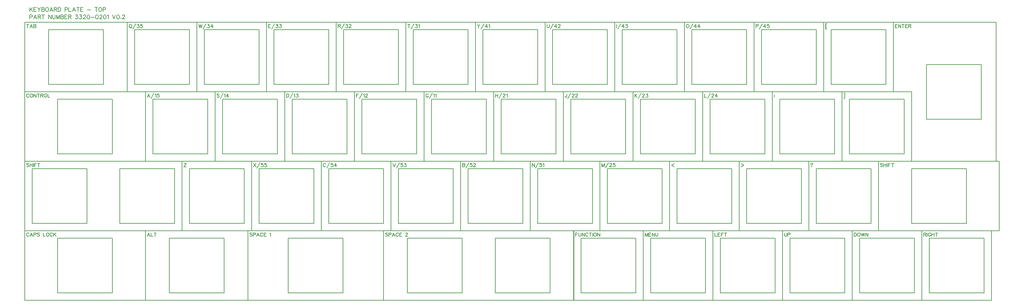
<source format=gto>
G04 Layer: TopSilkscreenLayer*
G04 EasyEDA v6.5.34, 2023-08-01 23:33:27*
G04 013074218b084bf4b982500637593cf9,5a6b42c53f6a479593ecc07194224c93,10*
G04 Gerber Generator version 0.2*
G04 Scale: 100 percent, Rotated: No, Reflected: No *
G04 Dimensions in millimeters *
G04 leading zeros omitted , absolute positions ,4 integer and 5 decimal *
%FSLAX45Y45*%
%MOMM*%

%ADD10C,0.2032*%
%ADD11C,0.1524*%
%ADD12C,0.1270*%

%LPD*%
D10*
X590550Y8076437D02*
G01*
X590550Y7980934D01*
X558800Y8076437D02*
G01*
X622554Y8076437D01*
X688847Y8076437D02*
G01*
X652526Y7980934D01*
X688847Y8076437D02*
G01*
X725170Y7980934D01*
X665987Y8012937D02*
G01*
X711454Y8012937D01*
X755142Y8076437D02*
G01*
X755142Y7980934D01*
X755142Y8076437D02*
G01*
X796036Y8076437D01*
X809752Y8071865D01*
X814323Y8067294D01*
X818895Y8058404D01*
X818895Y8049260D01*
X814323Y8040115D01*
X809752Y8035544D01*
X796036Y8030971D01*
X755142Y8030971D02*
G01*
X796036Y8030971D01*
X809752Y8026400D01*
X814323Y8022081D01*
X818895Y8012937D01*
X818895Y7999221D01*
X814323Y7990078D01*
X809752Y7985505D01*
X796036Y7980934D01*
X755142Y7980934D01*
X626871Y6148831D02*
G01*
X622554Y6157976D01*
X613410Y6166865D01*
X604265Y6171437D01*
X585978Y6171437D01*
X577087Y6166865D01*
X567944Y6157976D01*
X563371Y6148831D01*
X558800Y6135115D01*
X558800Y6112510D01*
X563371Y6098794D01*
X567944Y6089650D01*
X577087Y6080505D01*
X585978Y6075934D01*
X604265Y6075934D01*
X613410Y6080505D01*
X622554Y6089650D01*
X626871Y6098794D01*
X684276Y6171437D02*
G01*
X675131Y6166865D01*
X665987Y6157976D01*
X661415Y6148831D01*
X657097Y6135115D01*
X657097Y6112510D01*
X661415Y6098794D01*
X665987Y6089650D01*
X675131Y6080505D01*
X684276Y6075934D01*
X702310Y6075934D01*
X711454Y6080505D01*
X720597Y6089650D01*
X725170Y6098794D01*
X729742Y6112510D01*
X729742Y6135115D01*
X725170Y6148831D01*
X720597Y6157976D01*
X711454Y6166865D01*
X702310Y6171437D01*
X684276Y6171437D01*
X759713Y6171437D02*
G01*
X759713Y6075934D01*
X759713Y6171437D02*
G01*
X823468Y6075934D01*
X823468Y6171437D02*
G01*
X823468Y6075934D01*
X885189Y6171437D02*
G01*
X885189Y6075934D01*
X853439Y6171437D02*
G01*
X916939Y6171437D01*
X946912Y6171437D02*
G01*
X946912Y6075934D01*
X946912Y6171437D02*
G01*
X987805Y6171437D01*
X1001521Y6166865D01*
X1006094Y6162294D01*
X1010665Y6153404D01*
X1010665Y6144260D01*
X1006094Y6135115D01*
X1001521Y6130544D01*
X987805Y6125971D01*
X946912Y6125971D01*
X978915Y6125971D02*
G01*
X1010665Y6075934D01*
X1067815Y6171437D02*
G01*
X1058926Y6166865D01*
X1049781Y6157976D01*
X1045210Y6148831D01*
X1040637Y6135115D01*
X1040637Y6112510D01*
X1045210Y6098794D01*
X1049781Y6089650D01*
X1058926Y6080505D01*
X1067815Y6075934D01*
X1086104Y6075934D01*
X1095247Y6080505D01*
X1104137Y6089650D01*
X1108710Y6098794D01*
X1113281Y6112510D01*
X1113281Y6135115D01*
X1108710Y6148831D01*
X1104137Y6157976D01*
X1095247Y6166865D01*
X1086104Y6171437D01*
X1067815Y6171437D01*
X1143254Y6171437D02*
G01*
X1143254Y6075934D01*
X1143254Y6075934D02*
G01*
X1197863Y6075934D01*
X622554Y4252976D02*
G01*
X613410Y4261865D01*
X599694Y4266437D01*
X581405Y4266437D01*
X567944Y4261865D01*
X558800Y4252976D01*
X558800Y4243831D01*
X563371Y4234687D01*
X567944Y4230115D01*
X577087Y4225544D01*
X604265Y4216400D01*
X613410Y4212081D01*
X617981Y4207510D01*
X622554Y4198365D01*
X622554Y4184650D01*
X613410Y4175505D01*
X599694Y4170934D01*
X581405Y4170934D01*
X567944Y4175505D01*
X558800Y4184650D01*
X652526Y4266437D02*
G01*
X652526Y4170934D01*
X716026Y4266437D02*
G01*
X716026Y4170934D01*
X652526Y4220971D02*
G01*
X716026Y4220971D01*
X745997Y4266437D02*
G01*
X745997Y4170934D01*
X775970Y4266437D02*
G01*
X775970Y4170934D01*
X775970Y4266437D02*
G01*
X835152Y4266437D01*
X775970Y4220971D02*
G01*
X812545Y4220971D01*
X896873Y4266437D02*
G01*
X896873Y4170934D01*
X865123Y4266437D02*
G01*
X928878Y4266437D01*
X626871Y2338831D02*
G01*
X622554Y2347976D01*
X613410Y2356865D01*
X604265Y2361437D01*
X585978Y2361437D01*
X577087Y2356865D01*
X567944Y2347976D01*
X563371Y2338831D01*
X558800Y2325115D01*
X558800Y2302510D01*
X563371Y2288794D01*
X567944Y2279650D01*
X577087Y2270505D01*
X585978Y2265934D01*
X604265Y2265934D01*
X613410Y2270505D01*
X622554Y2279650D01*
X626871Y2288794D01*
X693420Y2361437D02*
G01*
X657097Y2265934D01*
X693420Y2361437D02*
G01*
X729742Y2265934D01*
X670560Y2297937D02*
G01*
X716026Y2297937D01*
X759713Y2361437D02*
G01*
X759713Y2265934D01*
X759713Y2361437D02*
G01*
X800607Y2361437D01*
X814323Y2356865D01*
X818895Y2352294D01*
X823468Y2343404D01*
X823468Y2329687D01*
X818895Y2320544D01*
X814323Y2315971D01*
X800607Y2311400D01*
X759713Y2311400D01*
X916939Y2347976D02*
G01*
X907795Y2356865D01*
X894334Y2361437D01*
X876045Y2361437D01*
X862329Y2356865D01*
X853439Y2347976D01*
X853439Y2338831D01*
X858012Y2329687D01*
X862329Y2325115D01*
X871473Y2320544D01*
X898905Y2311400D01*
X907795Y2307081D01*
X912368Y2302510D01*
X916939Y2293365D01*
X916939Y2279650D01*
X907795Y2270505D01*
X894334Y2265934D01*
X876045Y2265934D01*
X862329Y2270505D01*
X853439Y2279650D01*
X1017015Y2361437D02*
G01*
X1017015Y2265934D01*
X1017015Y2265934D02*
G01*
X1071626Y2265934D01*
X1128776Y2361437D02*
G01*
X1119631Y2356865D01*
X1110742Y2347976D01*
X1106170Y2338831D01*
X1101597Y2325115D01*
X1101597Y2302510D01*
X1106170Y2288794D01*
X1110742Y2279650D01*
X1119631Y2270505D01*
X1128776Y2265934D01*
X1147063Y2265934D01*
X1155954Y2270505D01*
X1165097Y2279650D01*
X1169670Y2288794D01*
X1174242Y2302510D01*
X1174242Y2325115D01*
X1169670Y2338831D01*
X1165097Y2347976D01*
X1155954Y2356865D01*
X1147063Y2361437D01*
X1128776Y2361437D01*
X1272539Y2338831D02*
G01*
X1267968Y2347976D01*
X1258823Y2356865D01*
X1249679Y2361437D01*
X1231645Y2361437D01*
X1222502Y2356865D01*
X1213357Y2347976D01*
X1208786Y2338831D01*
X1204213Y2325115D01*
X1204213Y2302510D01*
X1208786Y2288794D01*
X1213357Y2279650D01*
X1222502Y2270505D01*
X1231645Y2265934D01*
X1249679Y2265934D01*
X1258823Y2270505D01*
X1267968Y2279650D01*
X1272539Y2288794D01*
X1302512Y2361437D02*
G01*
X1302512Y2265934D01*
X1366012Y2361437D02*
G01*
X1302512Y2297937D01*
X1325118Y2320544D02*
G01*
X1366012Y2265934D01*
X3392677Y8076437D02*
G01*
X3383788Y8071865D01*
X3374643Y8062976D01*
X3370072Y8053831D01*
X3365500Y8040115D01*
X3365500Y8017510D01*
X3370072Y8003794D01*
X3374643Y7994650D01*
X3383788Y7985505D01*
X3392677Y7980934D01*
X3410965Y7980934D01*
X3420109Y7985505D01*
X3429254Y7994650D01*
X3433572Y8003794D01*
X3438143Y8017510D01*
X3438143Y8040115D01*
X3433572Y8053831D01*
X3429254Y8062976D01*
X3420109Y8071865D01*
X3410965Y8076437D01*
X3392677Y8076437D01*
X3406393Y7999221D02*
G01*
X3433572Y7972044D01*
X3550158Y8094726D02*
G01*
X3468115Y7949184D01*
X3589020Y8076437D02*
G01*
X3639058Y8076437D01*
X3611879Y8040115D01*
X3625595Y8040115D01*
X3634486Y8035544D01*
X3639058Y8030971D01*
X3643629Y8017510D01*
X3643629Y8008365D01*
X3639058Y7994650D01*
X3630168Y7985505D01*
X3616452Y7980934D01*
X3602736Y7980934D01*
X3589020Y7985505D01*
X3584702Y7990078D01*
X3580129Y7999221D01*
X3728211Y8076437D02*
G01*
X3682745Y8076437D01*
X3678174Y8035544D01*
X3682745Y8040115D01*
X3696461Y8044687D01*
X3709924Y8044687D01*
X3723640Y8040115D01*
X3732784Y8030971D01*
X3737356Y8017510D01*
X3737356Y8008365D01*
X3732784Y7994650D01*
X3723640Y7985505D01*
X3709924Y7980934D01*
X3696461Y7980934D01*
X3682745Y7985505D01*
X3678174Y7990078D01*
X3673602Y7999221D01*
X5270500Y8076437D02*
G01*
X5293106Y7980934D01*
X5315965Y8076437D02*
G01*
X5293106Y7980934D01*
X5315965Y8076437D02*
G01*
X5338572Y7980934D01*
X5361431Y8076437D02*
G01*
X5338572Y7980934D01*
X5473191Y8094726D02*
G01*
X5391404Y7949184D01*
X5512308Y8076437D02*
G01*
X5562345Y8076437D01*
X5535168Y8040115D01*
X5548629Y8040115D01*
X5557774Y8035544D01*
X5562345Y8030971D01*
X5566918Y8017510D01*
X5566918Y8008365D01*
X5562345Y7994650D01*
X5553202Y7985505D01*
X5539486Y7980934D01*
X5526024Y7980934D01*
X5512308Y7985505D01*
X5507736Y7990078D01*
X5503163Y7999221D01*
X5642356Y8076437D02*
G01*
X5596890Y8012937D01*
X5664961Y8012937D01*
X5642356Y8076437D02*
G01*
X5642356Y7980934D01*
X7175500Y8076437D02*
G01*
X7175500Y7980934D01*
X7175500Y8076437D02*
G01*
X7234681Y8076437D01*
X7175500Y8030971D02*
G01*
X7211822Y8030971D01*
X7175500Y7980934D02*
G01*
X7234681Y7980934D01*
X7346441Y8094726D02*
G01*
X7264654Y7949184D01*
X7385558Y8076437D02*
G01*
X7435595Y8076437D01*
X7408163Y8040115D01*
X7421879Y8040115D01*
X7431024Y8035544D01*
X7435595Y8030971D01*
X7440168Y8017510D01*
X7440168Y8008365D01*
X7435595Y7994650D01*
X7426452Y7985505D01*
X7412736Y7980934D01*
X7399020Y7980934D01*
X7385558Y7985505D01*
X7380986Y7990078D01*
X7376413Y7999221D01*
X7479029Y8076437D02*
G01*
X7529068Y8076437D01*
X7501890Y8040115D01*
X7515606Y8040115D01*
X7524495Y8035544D01*
X7529068Y8030971D01*
X7533640Y8017510D01*
X7533640Y8008365D01*
X7529068Y7994650D01*
X7519924Y7985505D01*
X7506461Y7980934D01*
X7492745Y7980934D01*
X7479029Y7985505D01*
X7474711Y7990078D01*
X7470140Y7999221D01*
X9080500Y8076437D02*
G01*
X9080500Y7980934D01*
X9080500Y8076437D02*
G01*
X9121393Y8076437D01*
X9135109Y8071865D01*
X9139681Y8067294D01*
X9144254Y8058404D01*
X9144254Y8049260D01*
X9139681Y8040115D01*
X9135109Y8035544D01*
X9121393Y8030971D01*
X9080500Y8030971D01*
X9112250Y8030971D02*
G01*
X9144254Y7980934D01*
X9256013Y8094726D02*
G01*
X9174225Y7949184D01*
X9295129Y8076437D02*
G01*
X9345168Y8076437D01*
X9317736Y8040115D01*
X9331452Y8040115D01*
X9340595Y8035544D01*
X9345168Y8030971D01*
X9349486Y8017510D01*
X9349486Y8008365D01*
X9345168Y7994650D01*
X9336024Y7985505D01*
X9322308Y7980934D01*
X9308591Y7980934D01*
X9295129Y7985505D01*
X9290558Y7990078D01*
X9285986Y7999221D01*
X9384029Y8053831D02*
G01*
X9384029Y8058404D01*
X9388602Y8067294D01*
X9393174Y8071865D01*
X9402318Y8076437D01*
X9420606Y8076437D01*
X9429495Y8071865D01*
X9434068Y8067294D01*
X9438640Y8058404D01*
X9438640Y8049260D01*
X9434068Y8040115D01*
X9424924Y8026400D01*
X9379711Y7980934D01*
X9443211Y7980934D01*
X3897122Y6171437D02*
G01*
X3860800Y6075934D01*
X3897122Y6171437D02*
G01*
X3933443Y6075934D01*
X3874515Y6107937D02*
G01*
X3919981Y6107937D01*
X4045458Y6189726D02*
G01*
X3963415Y6044184D01*
X4075429Y6153404D02*
G01*
X4084320Y6157976D01*
X4098036Y6171437D01*
X4098036Y6075934D01*
X4182618Y6171437D02*
G01*
X4137152Y6171437D01*
X4132579Y6130544D01*
X4137152Y6135115D01*
X4150868Y6139687D01*
X4164329Y6139687D01*
X4178045Y6135115D01*
X4187190Y6125971D01*
X4191761Y6112510D01*
X4191761Y6103365D01*
X4187190Y6089650D01*
X4178045Y6080505D01*
X4164329Y6075934D01*
X4150868Y6075934D01*
X4137152Y6080505D01*
X4132579Y6085078D01*
X4128008Y6094221D01*
X5829554Y6157976D02*
G01*
X5820409Y6166865D01*
X5806693Y6171437D01*
X5788406Y6171437D01*
X5774943Y6166865D01*
X5765800Y6157976D01*
X5765800Y6148831D01*
X5770372Y6139687D01*
X5774943Y6135115D01*
X5784088Y6130544D01*
X5811265Y6121400D01*
X5820409Y6117081D01*
X5824981Y6112510D01*
X5829554Y6103365D01*
X5829554Y6089650D01*
X5820409Y6080505D01*
X5806693Y6075934D01*
X5788406Y6075934D01*
X5774943Y6080505D01*
X5765800Y6089650D01*
X5941313Y6189726D02*
G01*
X5859525Y6044184D01*
X5971286Y6153404D02*
G01*
X5980429Y6157976D01*
X5993891Y6171437D01*
X5993891Y6075934D01*
X6069329Y6171437D02*
G01*
X6023863Y6107937D01*
X6092190Y6107937D01*
X6069329Y6171437D02*
G01*
X6069329Y6075934D01*
X7670800Y6171437D02*
G01*
X7670800Y6075934D01*
X7670800Y6171437D02*
G01*
X7702550Y6171437D01*
X7716265Y6166865D01*
X7725409Y6157976D01*
X7729981Y6148831D01*
X7734554Y6135115D01*
X7734554Y6112510D01*
X7729981Y6098794D01*
X7725409Y6089650D01*
X7716265Y6080505D01*
X7702550Y6075934D01*
X7670800Y6075934D01*
X7846313Y6189726D02*
G01*
X7764525Y6044184D01*
X7876286Y6153404D02*
G01*
X7885429Y6157976D01*
X7898891Y6171437D01*
X7898891Y6075934D01*
X7938008Y6171437D02*
G01*
X7988045Y6171437D01*
X7960868Y6135115D01*
X7974329Y6135115D01*
X7983474Y6130544D01*
X7988045Y6125971D01*
X7992618Y6112510D01*
X7992618Y6103365D01*
X7988045Y6089650D01*
X7978902Y6080505D01*
X7965440Y6075934D01*
X7951724Y6075934D01*
X7938008Y6080505D01*
X7933436Y6085078D01*
X7928863Y6094221D01*
X9575800Y6171437D02*
G01*
X9575800Y6075934D01*
X9575800Y6171437D02*
G01*
X9634981Y6171437D01*
X9575800Y6125971D02*
G01*
X9612122Y6125971D01*
X9746741Y6189726D02*
G01*
X9664954Y6044184D01*
X9776713Y6153404D02*
G01*
X9785858Y6157976D01*
X9799320Y6171437D01*
X9799320Y6075934D01*
X9833863Y6148831D02*
G01*
X9833863Y6153404D01*
X9838436Y6162294D01*
X9843008Y6166865D01*
X9852152Y6171437D01*
X9870440Y6171437D01*
X9879329Y6166865D01*
X9883902Y6162294D01*
X9888474Y6153404D01*
X9888474Y6144260D01*
X9883902Y6135115D01*
X9875011Y6121400D01*
X9829545Y6075934D01*
X9893045Y6075934D01*
X4927854Y4266437D02*
G01*
X4864100Y4170934D01*
X4864100Y4266437D02*
G01*
X4927854Y4266437D01*
X4864100Y4170934D02*
G01*
X4927854Y4170934D01*
X6769100Y4266437D02*
G01*
X6832854Y4170934D01*
X6832854Y4266437D02*
G01*
X6769100Y4170934D01*
X6944613Y4284726D02*
G01*
X6862825Y4139184D01*
X7029195Y4266437D02*
G01*
X6983729Y4266437D01*
X6979158Y4225544D01*
X6983729Y4230115D01*
X6997191Y4234687D01*
X7010908Y4234687D01*
X7024624Y4230115D01*
X7033768Y4220971D01*
X7038086Y4207510D01*
X7038086Y4198365D01*
X7033768Y4184650D01*
X7024624Y4175505D01*
X7010908Y4170934D01*
X6997191Y4170934D01*
X6983729Y4175505D01*
X6979158Y4180078D01*
X6974586Y4189221D01*
X7122668Y4266437D02*
G01*
X7077202Y4266437D01*
X7072629Y4225544D01*
X7077202Y4230115D01*
X7090918Y4234687D01*
X7104634Y4234687D01*
X7118095Y4230115D01*
X7127240Y4220971D01*
X7131811Y4207510D01*
X7131811Y4198365D01*
X7127240Y4184650D01*
X7118095Y4175505D01*
X7104634Y4170934D01*
X7090918Y4170934D01*
X7077202Y4175505D01*
X7072629Y4180078D01*
X7068311Y4189221D01*
X10579100Y4266437D02*
G01*
X10615422Y4170934D01*
X10651743Y4266437D02*
G01*
X10615422Y4170934D01*
X10763758Y4284726D02*
G01*
X10681715Y4139184D01*
X10848086Y4266437D02*
G01*
X10802620Y4266437D01*
X10798302Y4225544D01*
X10802620Y4230115D01*
X10816336Y4234687D01*
X10830052Y4234687D01*
X10843768Y4230115D01*
X10852658Y4220971D01*
X10857229Y4207510D01*
X10857229Y4198365D01*
X10852658Y4184650D01*
X10843768Y4175505D01*
X10830052Y4170934D01*
X10816336Y4170934D01*
X10802620Y4175505D01*
X10798302Y4180078D01*
X10793729Y4189221D01*
X10896345Y4266437D02*
G01*
X10946384Y4266437D01*
X10919206Y4230115D01*
X10932668Y4230115D01*
X10941811Y4225544D01*
X10946384Y4220971D01*
X10950956Y4207510D01*
X10950956Y4198365D01*
X10946384Y4184650D01*
X10937240Y4175505D01*
X10923524Y4170934D01*
X10910061Y4170934D01*
X10896345Y4175505D01*
X10891774Y4180078D01*
X10887202Y4189221D01*
X8742172Y4243831D02*
G01*
X8737854Y4252976D01*
X8728709Y4261865D01*
X8719565Y4266437D01*
X8701277Y4266437D01*
X8692388Y4261865D01*
X8683243Y4252976D01*
X8678672Y4243831D01*
X8674100Y4230115D01*
X8674100Y4207510D01*
X8678672Y4193794D01*
X8683243Y4184650D01*
X8692388Y4175505D01*
X8701277Y4170934D01*
X8719565Y4170934D01*
X8728709Y4175505D01*
X8737854Y4184650D01*
X8742172Y4193794D01*
X8854186Y4284726D02*
G01*
X8772397Y4139184D01*
X8938768Y4266437D02*
G01*
X8893302Y4266437D01*
X8888729Y4225544D01*
X8893302Y4230115D01*
X8906763Y4234687D01*
X8920479Y4234687D01*
X8934195Y4230115D01*
X8943086Y4220971D01*
X8947658Y4207510D01*
X8947658Y4198365D01*
X8943086Y4184650D01*
X8934195Y4175505D01*
X8920479Y4170934D01*
X8906763Y4170934D01*
X8893302Y4175505D01*
X8888729Y4180078D01*
X8884158Y4189221D01*
X9023095Y4266437D02*
G01*
X8977629Y4202937D01*
X9045956Y4202937D01*
X9023095Y4266437D02*
G01*
X9023095Y4170934D01*
X3897122Y2361437D02*
G01*
X3860800Y2265934D01*
X3897122Y2361437D02*
G01*
X3933443Y2265934D01*
X3874515Y2297937D02*
G01*
X3919981Y2297937D01*
X3963415Y2361437D02*
G01*
X3963415Y2265934D01*
X3963415Y2265934D02*
G01*
X4018025Y2265934D01*
X4080002Y2361437D02*
G01*
X4080002Y2265934D01*
X4047997Y2361437D02*
G01*
X4111752Y2361437D01*
X6731254Y2347976D02*
G01*
X6722109Y2356865D01*
X6708393Y2361437D01*
X6690106Y2361437D01*
X6676643Y2356865D01*
X6667500Y2347976D01*
X6667500Y2338831D01*
X6672072Y2329687D01*
X6676643Y2325115D01*
X6685788Y2320544D01*
X6712965Y2311400D01*
X6722109Y2307081D01*
X6726681Y2302510D01*
X6731254Y2293365D01*
X6731254Y2279650D01*
X6722109Y2270505D01*
X6708393Y2265934D01*
X6690106Y2265934D01*
X6676643Y2270505D01*
X6667500Y2279650D01*
X6761225Y2361437D02*
G01*
X6761225Y2265934D01*
X6761225Y2361437D02*
G01*
X6802120Y2361437D01*
X6815581Y2356865D01*
X6820154Y2352294D01*
X6824725Y2343404D01*
X6824725Y2329687D01*
X6820154Y2320544D01*
X6815581Y2315971D01*
X6802120Y2311400D01*
X6761225Y2311400D01*
X6891020Y2361437D02*
G01*
X6854697Y2265934D01*
X6891020Y2361437D02*
G01*
X6927595Y2265934D01*
X6868413Y2297937D02*
G01*
X6913879Y2297937D01*
X7025640Y2338831D02*
G01*
X7021068Y2347976D01*
X7011924Y2356865D01*
X7003034Y2361437D01*
X6984745Y2361437D01*
X6975602Y2356865D01*
X6966711Y2347976D01*
X6962140Y2338831D01*
X6957568Y2325115D01*
X6957568Y2302510D01*
X6962140Y2288794D01*
X6966711Y2279650D01*
X6975602Y2270505D01*
X6984745Y2265934D01*
X7003034Y2265934D01*
X7011924Y2270505D01*
X7021068Y2279650D01*
X7025640Y2288794D01*
X7055611Y2361437D02*
G01*
X7055611Y2265934D01*
X7055611Y2361437D02*
G01*
X7114793Y2361437D01*
X7055611Y2315971D02*
G01*
X7091934Y2315971D01*
X7055611Y2265934D02*
G01*
X7114793Y2265934D01*
X7214870Y2343404D02*
G01*
X7223759Y2347976D01*
X7237475Y2361437D01*
X7237475Y2265934D01*
X10439654Y2347976D02*
G01*
X10430509Y2356865D01*
X10416793Y2361437D01*
X10398506Y2361437D01*
X10385043Y2356865D01*
X10375900Y2347976D01*
X10375900Y2338831D01*
X10380472Y2329687D01*
X10385043Y2325115D01*
X10394188Y2320544D01*
X10421365Y2311400D01*
X10430509Y2307081D01*
X10435081Y2302510D01*
X10439654Y2293365D01*
X10439654Y2279650D01*
X10430509Y2270505D01*
X10416793Y2265934D01*
X10398506Y2265934D01*
X10385043Y2270505D01*
X10375900Y2279650D01*
X10469625Y2361437D02*
G01*
X10469625Y2265934D01*
X10469625Y2361437D02*
G01*
X10510520Y2361437D01*
X10523981Y2356865D01*
X10528554Y2352294D01*
X10533125Y2343404D01*
X10533125Y2329687D01*
X10528554Y2320544D01*
X10523981Y2315971D01*
X10510520Y2311400D01*
X10469625Y2311400D01*
X10599420Y2361437D02*
G01*
X10563097Y2265934D01*
X10599420Y2361437D02*
G01*
X10635995Y2265934D01*
X10576813Y2297937D02*
G01*
X10622279Y2297937D01*
X10734040Y2338831D02*
G01*
X10729468Y2347976D01*
X10720324Y2356865D01*
X10711434Y2361437D01*
X10693145Y2361437D01*
X10684002Y2356865D01*
X10675111Y2347976D01*
X10670540Y2338831D01*
X10665968Y2325115D01*
X10665968Y2302510D01*
X10670540Y2288794D01*
X10675111Y2279650D01*
X10684002Y2270505D01*
X10693145Y2265934D01*
X10711434Y2265934D01*
X10720324Y2270505D01*
X10729468Y2279650D01*
X10734040Y2288794D01*
X10764011Y2361437D02*
G01*
X10764011Y2265934D01*
X10764011Y2361437D02*
G01*
X10823193Y2361437D01*
X10764011Y2315971D02*
G01*
X10800334Y2315971D01*
X10764011Y2265934D02*
G01*
X10823193Y2265934D01*
X10927841Y2338831D02*
G01*
X10927841Y2343404D01*
X10932159Y2352294D01*
X10936731Y2356865D01*
X10945875Y2361437D01*
X10964163Y2361437D01*
X10973054Y2356865D01*
X10977625Y2352294D01*
X10982197Y2343404D01*
X10982197Y2334260D01*
X10977625Y2325115D01*
X10968736Y2311400D01*
X10923270Y2265934D01*
X10986770Y2265934D01*
X17481550Y2361437D02*
G01*
X17481550Y2265934D01*
X17481550Y2361437D02*
G01*
X17517872Y2265934D01*
X17554193Y2361437D02*
G01*
X17517872Y2265934D01*
X17554193Y2361437D02*
G01*
X17554193Y2265934D01*
X17584166Y2361437D02*
G01*
X17584166Y2265934D01*
X17584166Y2361437D02*
G01*
X17643348Y2361437D01*
X17584166Y2315971D02*
G01*
X17620741Y2315971D01*
X17584166Y2265934D02*
G01*
X17643348Y2265934D01*
X17673320Y2361437D02*
G01*
X17673320Y2265934D01*
X17673320Y2361437D02*
G01*
X17737074Y2265934D01*
X17737074Y2361437D02*
G01*
X17737074Y2265934D01*
X17767045Y2361437D02*
G01*
X17767045Y2293365D01*
X17771618Y2279650D01*
X17780761Y2270505D01*
X17794224Y2265934D01*
X17803368Y2265934D01*
X17817084Y2270505D01*
X17825974Y2279650D01*
X17830545Y2293365D01*
X17830545Y2361437D01*
X15576550Y2361437D02*
G01*
X15576550Y2265934D01*
X15576550Y2361437D02*
G01*
X15635731Y2361437D01*
X15576550Y2315971D02*
G01*
X15612872Y2315971D01*
X15665704Y2361437D02*
G01*
X15665704Y2293365D01*
X15670275Y2279650D01*
X15679166Y2270505D01*
X15692881Y2265934D01*
X15702025Y2265934D01*
X15715741Y2270505D01*
X15724631Y2279650D01*
X15729204Y2293365D01*
X15729204Y2361437D01*
X15759175Y2361437D02*
G01*
X15759175Y2265934D01*
X15759175Y2361437D02*
G01*
X15822929Y2265934D01*
X15822929Y2361437D02*
G01*
X15822929Y2265934D01*
X15920974Y2338831D02*
G01*
X15916656Y2347976D01*
X15907511Y2356865D01*
X15898368Y2361437D01*
X15880079Y2361437D01*
X15871190Y2356865D01*
X15862045Y2347976D01*
X15857474Y2338831D01*
X15852902Y2325115D01*
X15852902Y2302510D01*
X15857474Y2288794D01*
X15862045Y2279650D01*
X15871190Y2270505D01*
X15880079Y2265934D01*
X15898368Y2265934D01*
X15907511Y2270505D01*
X15916656Y2279650D01*
X15920974Y2288794D01*
X15982950Y2361437D02*
G01*
X15982950Y2265934D01*
X15951200Y2361437D02*
G01*
X16014700Y2361437D01*
X16044672Y2361437D02*
G01*
X16044672Y2265934D01*
X16102075Y2361437D02*
G01*
X16092931Y2356865D01*
X16083788Y2347976D01*
X16079216Y2338831D01*
X16074643Y2325115D01*
X16074643Y2302510D01*
X16079216Y2288794D01*
X16083788Y2279650D01*
X16092931Y2270505D01*
X16102075Y2265934D01*
X16120109Y2265934D01*
X16129254Y2270505D01*
X16138397Y2279650D01*
X16142970Y2288794D01*
X16147541Y2302510D01*
X16147541Y2325115D01*
X16142970Y2338831D01*
X16138397Y2347976D01*
X16129254Y2356865D01*
X16120109Y2361437D01*
X16102075Y2361437D01*
X16177513Y2361437D02*
G01*
X16177513Y2265934D01*
X16177513Y2361437D02*
G01*
X16241013Y2265934D01*
X16241013Y2361437D02*
G01*
X16241013Y2265934D01*
X21291550Y2361437D02*
G01*
X21291550Y2293365D01*
X21296122Y2279650D01*
X21305266Y2270505D01*
X21318727Y2265934D01*
X21327872Y2265934D01*
X21341588Y2270505D01*
X21350731Y2279650D01*
X21355304Y2293365D01*
X21355304Y2361437D01*
X21385275Y2361437D02*
G01*
X21385275Y2265934D01*
X21385275Y2361437D02*
G01*
X21426170Y2361437D01*
X21439631Y2356865D01*
X21444204Y2352294D01*
X21448775Y2343404D01*
X21448775Y2329687D01*
X21444204Y2320544D01*
X21439631Y2315971D01*
X21426170Y2311400D01*
X21385275Y2311400D01*
X19386550Y2361437D02*
G01*
X19386550Y2265934D01*
X19386550Y2265934D02*
G01*
X19441159Y2265934D01*
X19471131Y2361437D02*
G01*
X19471131Y2265934D01*
X19471131Y2361437D02*
G01*
X19530059Y2361437D01*
X19471131Y2315971D02*
G01*
X19507454Y2315971D01*
X19471131Y2265934D02*
G01*
X19530059Y2265934D01*
X19560286Y2361437D02*
G01*
X19560286Y2265934D01*
X19560286Y2361437D02*
G01*
X19619213Y2361437D01*
X19560286Y2315971D02*
G01*
X19596608Y2315971D01*
X19681190Y2361437D02*
G01*
X19681190Y2265934D01*
X19649186Y2361437D02*
G01*
X19712940Y2361437D01*
X25101550Y2361437D02*
G01*
X25101550Y2265934D01*
X25101550Y2361437D02*
G01*
X25142443Y2361437D01*
X25156159Y2356865D01*
X25160731Y2352294D01*
X25165304Y2343404D01*
X25165304Y2334260D01*
X25160731Y2325115D01*
X25156159Y2320544D01*
X25142443Y2315971D01*
X25101550Y2315971D01*
X25133300Y2315971D02*
G01*
X25165304Y2265934D01*
X25195275Y2361437D02*
G01*
X25195275Y2265934D01*
X25293320Y2338831D02*
G01*
X25288748Y2347976D01*
X25279858Y2356865D01*
X25270713Y2361437D01*
X25252425Y2361437D01*
X25243281Y2356865D01*
X25234391Y2347976D01*
X25229820Y2338831D01*
X25225248Y2325115D01*
X25225248Y2302510D01*
X25229820Y2288794D01*
X25234391Y2279650D01*
X25243281Y2270505D01*
X25252425Y2265934D01*
X25270713Y2265934D01*
X25279858Y2270505D01*
X25288748Y2279650D01*
X25293320Y2288794D01*
X25293320Y2302510D01*
X25270713Y2302510D02*
G01*
X25293320Y2302510D01*
X25323291Y2361437D02*
G01*
X25323291Y2265934D01*
X25387045Y2361437D02*
G01*
X25387045Y2265934D01*
X25323291Y2315971D02*
G01*
X25387045Y2315971D01*
X25448768Y2361437D02*
G01*
X25448768Y2265934D01*
X25417018Y2361437D02*
G01*
X25480518Y2361437D01*
X23196550Y2361437D02*
G01*
X23196550Y2265934D01*
X23196550Y2361437D02*
G01*
X23228300Y2361437D01*
X23242016Y2356865D01*
X23251159Y2347976D01*
X23255731Y2338831D01*
X23260304Y2325115D01*
X23260304Y2302510D01*
X23255731Y2288794D01*
X23251159Y2279650D01*
X23242016Y2270505D01*
X23228300Y2265934D01*
X23196550Y2265934D01*
X23317454Y2361437D02*
G01*
X23308309Y2356865D01*
X23299166Y2347976D01*
X23294848Y2338831D01*
X23290275Y2325115D01*
X23290275Y2302510D01*
X23294848Y2288794D01*
X23299166Y2279650D01*
X23308309Y2270505D01*
X23317454Y2265934D01*
X23335741Y2265934D01*
X23344631Y2270505D01*
X23353775Y2279650D01*
X23358348Y2288794D01*
X23362920Y2302510D01*
X23362920Y2325115D01*
X23358348Y2338831D01*
X23353775Y2347976D01*
X23344631Y2356865D01*
X23335741Y2361437D01*
X23317454Y2361437D01*
X23392891Y2361437D02*
G01*
X23415752Y2265934D01*
X23438358Y2361437D02*
G01*
X23415752Y2265934D01*
X23438358Y2361437D02*
G01*
X23461218Y2265934D01*
X23483824Y2361437D02*
G01*
X23461218Y2265934D01*
X23513795Y2361437D02*
G01*
X23513795Y2265934D01*
X23513795Y2361437D02*
G01*
X23577550Y2265934D01*
X23577550Y2361437D02*
G01*
X23577550Y2265934D01*
X14389100Y4266437D02*
G01*
X14389100Y4170934D01*
X14389100Y4266437D02*
G01*
X14452854Y4170934D01*
X14452854Y4266437D02*
G01*
X14452854Y4170934D01*
X14564613Y4284726D02*
G01*
X14482825Y4139184D01*
X14649195Y4266437D02*
G01*
X14603729Y4266437D01*
X14599158Y4225544D01*
X14603729Y4230115D01*
X14617191Y4234687D01*
X14630908Y4234687D01*
X14644624Y4230115D01*
X14653768Y4220971D01*
X14658086Y4207510D01*
X14658086Y4198365D01*
X14653768Y4184650D01*
X14644624Y4175505D01*
X14630908Y4170934D01*
X14617191Y4170934D01*
X14603729Y4175505D01*
X14599158Y4180078D01*
X14594586Y4189221D01*
X14688311Y4248404D02*
G01*
X14697202Y4252976D01*
X14710918Y4266437D01*
X14710918Y4170934D01*
X12484100Y4266437D02*
G01*
X12484100Y4170934D01*
X12484100Y4266437D02*
G01*
X12524993Y4266437D01*
X12538709Y4261865D01*
X12543281Y4257294D01*
X12547854Y4248404D01*
X12547854Y4239260D01*
X12543281Y4230115D01*
X12538709Y4225544D01*
X12524993Y4220971D01*
X12484100Y4220971D02*
G01*
X12524993Y4220971D01*
X12538709Y4216400D01*
X12543281Y4212081D01*
X12547854Y4202937D01*
X12547854Y4189221D01*
X12543281Y4180078D01*
X12538709Y4175505D01*
X12524993Y4170934D01*
X12484100Y4170934D01*
X12659613Y4284726D02*
G01*
X12577825Y4139184D01*
X12744195Y4266437D02*
G01*
X12698729Y4266437D01*
X12694158Y4225544D01*
X12698729Y4230115D01*
X12712191Y4234687D01*
X12725908Y4234687D01*
X12739624Y4230115D01*
X12748768Y4220971D01*
X12753086Y4207510D01*
X12753086Y4198365D01*
X12748768Y4184650D01*
X12739624Y4175505D01*
X12725908Y4170934D01*
X12712191Y4170934D01*
X12698729Y4175505D01*
X12694158Y4180078D01*
X12689586Y4189221D01*
X12787629Y4243831D02*
G01*
X12787629Y4248404D01*
X12792202Y4257294D01*
X12796774Y4261865D01*
X12805918Y4266437D01*
X12824206Y4266437D01*
X12833095Y4261865D01*
X12837668Y4257294D01*
X12842240Y4248404D01*
X12842240Y4239260D01*
X12837668Y4230115D01*
X12828524Y4216400D01*
X12783311Y4170934D01*
X12846811Y4170934D01*
X18271743Y4252976D02*
G01*
X18199100Y4212081D01*
X18271743Y4170934D01*
X16294100Y4266437D02*
G01*
X16294100Y4170934D01*
X16294100Y4266437D02*
G01*
X16330422Y4170934D01*
X16366743Y4266437D02*
G01*
X16330422Y4170934D01*
X16366743Y4266437D02*
G01*
X16366743Y4170934D01*
X16478758Y4284726D02*
G01*
X16396716Y4139184D01*
X16513302Y4243831D02*
G01*
X16513302Y4248404D01*
X16517620Y4257294D01*
X16522191Y4261865D01*
X16531336Y4266437D01*
X16549624Y4266437D01*
X16558768Y4261865D01*
X16563086Y4257294D01*
X16567658Y4248404D01*
X16567658Y4239260D01*
X16563086Y4230115D01*
X16554195Y4216400D01*
X16508729Y4170934D01*
X16572229Y4170934D01*
X16656811Y4266437D02*
G01*
X16611345Y4266437D01*
X16606774Y4225544D01*
X16611345Y4230115D01*
X16625061Y4234687D01*
X16638524Y4234687D01*
X16652240Y4230115D01*
X16661384Y4220971D01*
X16665956Y4207510D01*
X16665956Y4198365D01*
X16661384Y4184650D01*
X16652240Y4175505D01*
X16638524Y4170934D01*
X16625061Y4170934D01*
X16611345Y4175505D01*
X16606774Y4180078D01*
X16602202Y4189221D01*
X22009097Y4243831D02*
G01*
X22009097Y4248404D01*
X22013669Y4257294D01*
X22018241Y4261865D01*
X22027385Y4266437D01*
X22045419Y4266437D01*
X22054563Y4261865D01*
X22059135Y4257294D01*
X22063707Y4248404D01*
X22063707Y4239260D01*
X22059135Y4230115D01*
X22054563Y4225544D01*
X22036275Y4216400D01*
X22036275Y4202937D01*
X22036275Y4180078D02*
G01*
X22031703Y4175505D01*
X22036275Y4170934D01*
X22040847Y4175505D01*
X22036275Y4180078D01*
X20104097Y4252976D02*
G01*
X20176741Y4212081D01*
X20104097Y4170934D01*
X23976327Y4252976D02*
G01*
X23967183Y4261865D01*
X23953467Y4266437D01*
X23935433Y4266437D01*
X23921717Y4261865D01*
X23912573Y4252976D01*
X23912573Y4243831D01*
X23917145Y4234687D01*
X23921717Y4230115D01*
X23930861Y4225544D01*
X23958039Y4216400D01*
X23967183Y4212081D01*
X23971755Y4207510D01*
X23976327Y4198365D01*
X23976327Y4184650D01*
X23967183Y4175505D01*
X23953467Y4170934D01*
X23935433Y4170934D01*
X23921717Y4175505D01*
X23912573Y4184650D01*
X24006299Y4266437D02*
G01*
X24006299Y4170934D01*
X24069799Y4266437D02*
G01*
X24069799Y4170934D01*
X24006299Y4220971D02*
G01*
X24069799Y4220971D01*
X24099771Y4266437D02*
G01*
X24099771Y4170934D01*
X24129997Y4266437D02*
G01*
X24129997Y4170934D01*
X24129997Y4266437D02*
G01*
X24188925Y4266437D01*
X24129997Y4220971D02*
G01*
X24166319Y4220971D01*
X24250901Y4266437D02*
G01*
X24250901Y4170934D01*
X24218897Y4266437D02*
G01*
X24282651Y4266437D01*
X13385800Y6171437D02*
G01*
X13385800Y6075934D01*
X13449554Y6171437D02*
G01*
X13449554Y6075934D01*
X13385800Y6125971D02*
G01*
X13449554Y6125971D01*
X13561313Y6189726D02*
G01*
X13479525Y6044184D01*
X13595858Y6148831D02*
G01*
X13595858Y6153404D01*
X13600429Y6162294D01*
X13605002Y6166865D01*
X13613891Y6171437D01*
X13632179Y6171437D01*
X13641324Y6166865D01*
X13645895Y6162294D01*
X13650468Y6153404D01*
X13650468Y6144260D01*
X13645895Y6135115D01*
X13636752Y6121400D01*
X13591286Y6075934D01*
X13654786Y6075934D01*
X13685011Y6153404D02*
G01*
X13693902Y6157976D01*
X13707618Y6171437D01*
X13707618Y6075934D01*
X11548872Y6148831D02*
G01*
X11544554Y6157976D01*
X11535409Y6166865D01*
X11526265Y6171437D01*
X11507977Y6171437D01*
X11499088Y6166865D01*
X11489943Y6157976D01*
X11485372Y6148831D01*
X11480800Y6135115D01*
X11480800Y6112510D01*
X11485372Y6098794D01*
X11489943Y6089650D01*
X11499088Y6080505D01*
X11507977Y6075934D01*
X11526265Y6075934D01*
X11535409Y6080505D01*
X11544554Y6089650D01*
X11548872Y6098794D01*
X11548872Y6112510D01*
X11526265Y6112510D02*
G01*
X11548872Y6112510D01*
X11660886Y6189726D02*
G01*
X11579097Y6044184D01*
X11690858Y6153404D02*
G01*
X11700002Y6157976D01*
X11713463Y6171437D01*
X11713463Y6075934D01*
X11743436Y6153404D02*
G01*
X11752579Y6157976D01*
X11766295Y6171437D01*
X11766295Y6075934D01*
X17195800Y6171437D02*
G01*
X17195800Y6075934D01*
X17259554Y6171437D02*
G01*
X17195800Y6107937D01*
X17218406Y6130544D02*
G01*
X17259554Y6075934D01*
X17371313Y6189726D02*
G01*
X17289525Y6044184D01*
X17405858Y6148831D02*
G01*
X17405858Y6153404D01*
X17410429Y6162294D01*
X17415002Y6166865D01*
X17423891Y6171437D01*
X17442179Y6171437D01*
X17451324Y6166865D01*
X17455895Y6162294D01*
X17460468Y6153404D01*
X17460468Y6144260D01*
X17455895Y6135115D01*
X17446752Y6121400D01*
X17401286Y6075934D01*
X17464786Y6075934D01*
X17503902Y6171437D02*
G01*
X17553940Y6171437D01*
X17526761Y6135115D01*
X17540224Y6135115D01*
X17549368Y6130544D01*
X17553940Y6125971D01*
X17558511Y6112510D01*
X17558511Y6103365D01*
X17553940Y6089650D01*
X17544795Y6080505D01*
X17531334Y6075934D01*
X17517618Y6075934D01*
X17503902Y6080505D01*
X17499329Y6085078D01*
X17495011Y6094221D01*
X15336266Y6171437D02*
G01*
X15336266Y6098794D01*
X15331693Y6085078D01*
X15327122Y6080505D01*
X15317977Y6075934D01*
X15309088Y6075934D01*
X15299943Y6080505D01*
X15295372Y6085078D01*
X15290800Y6098794D01*
X15290800Y6107937D01*
X15448025Y6189726D02*
G01*
X15366238Y6044184D01*
X15482570Y6148831D02*
G01*
X15482570Y6153404D01*
X15487141Y6162294D01*
X15491713Y6166865D01*
X15500858Y6171437D01*
X15518891Y6171437D01*
X15528036Y6166865D01*
X15532608Y6162294D01*
X15537179Y6153404D01*
X15537179Y6144260D01*
X15532608Y6135115D01*
X15523463Y6121400D01*
X15477997Y6075934D01*
X15541752Y6075934D01*
X15576295Y6148831D02*
G01*
X15576295Y6153404D01*
X15580868Y6162294D01*
X15585440Y6166865D01*
X15594329Y6171437D01*
X15612618Y6171437D01*
X15621761Y6166865D01*
X15626334Y6162294D01*
X15630906Y6153404D01*
X15630906Y6144260D01*
X15626334Y6135115D01*
X15617190Y6121400D01*
X15571724Y6075934D01*
X15635224Y6075934D01*
X21010372Y6130544D02*
G01*
X21005800Y6125971D01*
X21010372Y6121400D01*
X21014943Y6125971D01*
X21010372Y6130544D01*
X21010372Y6098794D02*
G01*
X21005800Y6094221D01*
X21010372Y6089650D01*
X21014943Y6094221D01*
X21010372Y6098794D01*
X19100800Y6171437D02*
G01*
X19100800Y6075934D01*
X19100800Y6075934D02*
G01*
X19155409Y6075934D01*
X19267170Y6189726D02*
G01*
X19185381Y6044184D01*
X19301713Y6148831D02*
G01*
X19301713Y6153404D01*
X19306286Y6162294D01*
X19310858Y6166865D01*
X19320002Y6171437D01*
X19338036Y6171437D01*
X19347179Y6166865D01*
X19351752Y6162294D01*
X19356324Y6153404D01*
X19356324Y6144260D01*
X19351752Y6135115D01*
X19342608Y6121400D01*
X19297141Y6075934D01*
X19360895Y6075934D01*
X19436334Y6171437D02*
G01*
X19390868Y6107937D01*
X19458940Y6107937D01*
X19436334Y6171437D02*
G01*
X19436334Y6075934D01*
X22937977Y6189726D02*
G01*
X22937977Y6044184D01*
X22942550Y6189726D02*
G01*
X22942550Y6044184D01*
X22910800Y6189726D02*
G01*
X22942550Y6189726D01*
X22910800Y6044184D02*
G01*
X22942550Y6044184D01*
X12890500Y8076437D02*
G01*
X12926822Y8030971D01*
X12926822Y7980934D01*
X12963143Y8076437D02*
G01*
X12926822Y8030971D01*
X13075158Y8094726D02*
G01*
X12993115Y7949184D01*
X13150595Y8076437D02*
G01*
X13105129Y8012937D01*
X13173202Y8012937D01*
X13150595Y8076437D02*
G01*
X13150595Y7980934D01*
X13203174Y8058404D02*
G01*
X13212318Y8062976D01*
X13226034Y8076437D01*
X13226034Y7980934D01*
X11017250Y8076437D02*
G01*
X11017250Y7980934D01*
X10985500Y8076437D02*
G01*
X11049254Y8076437D01*
X11161013Y8094726D02*
G01*
X11079225Y7949184D01*
X11200129Y8076437D02*
G01*
X11250168Y8076437D01*
X11222736Y8040115D01*
X11236452Y8040115D01*
X11245595Y8035544D01*
X11250168Y8030971D01*
X11254486Y8017510D01*
X11254486Y8008365D01*
X11250168Y7994650D01*
X11241024Y7985505D01*
X11227308Y7980934D01*
X11213591Y7980934D01*
X11200129Y7985505D01*
X11195558Y7990078D01*
X11190986Y7999221D01*
X11284711Y8058404D02*
G01*
X11293602Y8062976D01*
X11307318Y8076437D01*
X11307318Y7980934D01*
X16700500Y8076437D02*
G01*
X16700500Y7980934D01*
X16812259Y8094726D02*
G01*
X16730472Y7949184D01*
X16887698Y8076437D02*
G01*
X16842231Y8012937D01*
X16910558Y8012937D01*
X16887698Y8076437D02*
G01*
X16887698Y7980934D01*
X16949674Y8076437D02*
G01*
X16999711Y8076437D01*
X16972279Y8040115D01*
X16985995Y8040115D01*
X16995140Y8035544D01*
X16999711Y8030971D01*
X17004029Y8017510D01*
X17004029Y8008365D01*
X16999711Y7994650D01*
X16990568Y7985505D01*
X16976852Y7980934D01*
X16963136Y7980934D01*
X16949674Y7985505D01*
X16945102Y7990078D01*
X16940529Y7999221D01*
X14795500Y8076437D02*
G01*
X14795500Y8008365D01*
X14800072Y7994650D01*
X14809216Y7985505D01*
X14822677Y7980934D01*
X14831822Y7980934D01*
X14845538Y7985505D01*
X14854681Y7994650D01*
X14859254Y8008365D01*
X14859254Y8076437D01*
X14971013Y8094726D02*
G01*
X14889225Y7949184D01*
X15046452Y8076437D02*
G01*
X15000986Y8012937D01*
X15069058Y8012937D01*
X15046452Y8076437D02*
G01*
X15046452Y7980934D01*
X15103602Y8053831D02*
G01*
X15103602Y8058404D01*
X15108174Y8067294D01*
X15112745Y8071865D01*
X15121890Y8076437D01*
X15139924Y8076437D01*
X15149068Y8071865D01*
X15153640Y8067294D01*
X15158211Y8058404D01*
X15158211Y8049260D01*
X15153640Y8040115D01*
X15144495Y8026400D01*
X15099029Y7980934D01*
X15162784Y7980934D01*
X20510500Y8076437D02*
G01*
X20510500Y7980934D01*
X20510500Y8076437D02*
G01*
X20551393Y8076437D01*
X20565109Y8071865D01*
X20569681Y8067294D01*
X20574254Y8058404D01*
X20574254Y8044687D01*
X20569681Y8035544D01*
X20565109Y8030971D01*
X20551393Y8026400D01*
X20510500Y8026400D01*
X20686013Y8094726D02*
G01*
X20604225Y7949184D01*
X20761452Y8076437D02*
G01*
X20715986Y8012937D01*
X20784058Y8012937D01*
X20761452Y8076437D02*
G01*
X20761452Y7980934D01*
X20868640Y8076437D02*
G01*
X20823174Y8076437D01*
X20818602Y8035544D01*
X20823174Y8040115D01*
X20836890Y8044687D01*
X20850606Y8044687D01*
X20864068Y8040115D01*
X20873211Y8030971D01*
X20877784Y8017510D01*
X20877784Y8008365D01*
X20873211Y7994650D01*
X20864068Y7985505D01*
X20850606Y7980934D01*
X20836890Y7980934D01*
X20823174Y7985505D01*
X20818602Y7990078D01*
X20814029Y7999221D01*
X18632677Y8076437D02*
G01*
X18623788Y8071865D01*
X18614643Y8062976D01*
X18610072Y8053831D01*
X18605500Y8040115D01*
X18605500Y8017510D01*
X18610072Y8003794D01*
X18614643Y7994650D01*
X18623788Y7985505D01*
X18632677Y7980934D01*
X18650966Y7980934D01*
X18660109Y7985505D01*
X18669254Y7994650D01*
X18673572Y8003794D01*
X18678143Y8017510D01*
X18678143Y8040115D01*
X18673572Y8053831D01*
X18669254Y8062976D01*
X18660109Y8071865D01*
X18650966Y8076437D01*
X18632677Y8076437D01*
X18790158Y8094726D02*
G01*
X18708116Y7949184D01*
X18865595Y8076437D02*
G01*
X18820129Y8012937D01*
X18888202Y8012937D01*
X18865595Y8076437D02*
G01*
X18865595Y7980934D01*
X18963640Y8076437D02*
G01*
X18918174Y8012937D01*
X18986500Y8012937D01*
X18963640Y8076437D02*
G01*
X18963640Y7980934D01*
X24320500Y8076437D02*
G01*
X24320500Y7980934D01*
X24320500Y8076437D02*
G01*
X24379681Y8076437D01*
X24320500Y8030971D02*
G01*
X24356822Y8030971D01*
X24320500Y7980934D02*
G01*
X24379681Y7980934D01*
X24409654Y8076437D02*
G01*
X24409654Y7980934D01*
X24409654Y8076437D02*
G01*
X24473154Y7980934D01*
X24473154Y8076437D02*
G01*
X24473154Y7980934D01*
X24535129Y8076437D02*
G01*
X24535129Y7980934D01*
X24503125Y8076437D02*
G01*
X24566879Y8076437D01*
X24596852Y8076437D02*
G01*
X24596852Y7980934D01*
X24596852Y8076437D02*
G01*
X24656034Y8076437D01*
X24596852Y8030971D02*
G01*
X24633174Y8030971D01*
X24596852Y7980934D02*
G01*
X24656034Y7980934D01*
X24686006Y8076437D02*
G01*
X24686006Y7980934D01*
X24686006Y8076437D02*
G01*
X24726900Y8076437D01*
X24740616Y8071865D01*
X24744934Y8067294D01*
X24749506Y8058404D01*
X24749506Y8049260D01*
X24744934Y8040115D01*
X24740616Y8035544D01*
X24726900Y8030971D01*
X24686006Y8030971D01*
X24717756Y8030971D02*
G01*
X24749506Y7980934D01*
X22415500Y8094726D02*
G01*
X22415500Y7949184D01*
X22420072Y8094726D02*
G01*
X22420072Y7949184D01*
X22415500Y8094726D02*
G01*
X22447250Y8094726D01*
X22415500Y7949184D02*
G01*
X22447250Y7949184D01*
D11*
X647700Y8535415D02*
G01*
X647700Y8426450D01*
X720344Y8535415D02*
G01*
X647700Y8462771D01*
X673607Y8488679D02*
G01*
X720344Y8426450D01*
X754634Y8535415D02*
G01*
X754634Y8426450D01*
X754634Y8535415D02*
G01*
X822197Y8535415D01*
X754634Y8483600D02*
G01*
X796289Y8483600D01*
X754634Y8426450D02*
G01*
X822197Y8426450D01*
X856487Y8535415D02*
G01*
X898144Y8483600D01*
X898144Y8426450D01*
X939800Y8535415D02*
G01*
X898144Y8483600D01*
X974089Y8535415D02*
G01*
X974089Y8426450D01*
X974089Y8535415D02*
G01*
X1020826Y8535415D01*
X1036320Y8530336D01*
X1041400Y8525002D01*
X1046734Y8514587D01*
X1046734Y8504174D01*
X1041400Y8493760D01*
X1036320Y8488679D01*
X1020826Y8483600D01*
X974089Y8483600D02*
G01*
X1020826Y8483600D01*
X1036320Y8478265D01*
X1041400Y8473186D01*
X1046734Y8462771D01*
X1046734Y8447024D01*
X1041400Y8436610D01*
X1036320Y8431529D01*
X1020826Y8426450D01*
X974089Y8426450D01*
X1112265Y8535415D02*
G01*
X1101852Y8530336D01*
X1091437Y8519921D01*
X1086104Y8509508D01*
X1081023Y8493760D01*
X1081023Y8467852D01*
X1086104Y8452358D01*
X1091437Y8441944D01*
X1101852Y8431529D01*
X1112265Y8426450D01*
X1132839Y8426450D01*
X1143254Y8431529D01*
X1153668Y8441944D01*
X1159002Y8452358D01*
X1164081Y8467852D01*
X1164081Y8493760D01*
X1159002Y8509508D01*
X1153668Y8519921D01*
X1143254Y8530336D01*
X1132839Y8535415D01*
X1112265Y8535415D01*
X1240028Y8535415D02*
G01*
X1198371Y8426450D01*
X1240028Y8535415D02*
G01*
X1281429Y8426450D01*
X1214120Y8462771D02*
G01*
X1265936Y8462771D01*
X1315720Y8535415D02*
G01*
X1315720Y8426450D01*
X1315720Y8535415D02*
G01*
X1362710Y8535415D01*
X1378204Y8530336D01*
X1383284Y8525002D01*
X1388618Y8514587D01*
X1388618Y8504174D01*
X1383284Y8493760D01*
X1378204Y8488679D01*
X1362710Y8483600D01*
X1315720Y8483600D01*
X1352295Y8483600D02*
G01*
X1388618Y8426450D01*
X1422907Y8535415D02*
G01*
X1422907Y8426450D01*
X1422907Y8535415D02*
G01*
X1459229Y8535415D01*
X1474723Y8530336D01*
X1485137Y8519921D01*
X1490471Y8509508D01*
X1495552Y8493760D01*
X1495552Y8467852D01*
X1490471Y8452358D01*
X1485137Y8441944D01*
X1474723Y8431529D01*
X1459229Y8426450D01*
X1422907Y8426450D01*
X1609852Y8535415D02*
G01*
X1609852Y8426450D01*
X1609852Y8535415D02*
G01*
X1656587Y8535415D01*
X1672336Y8530336D01*
X1677415Y8525002D01*
X1682750Y8514587D01*
X1682750Y8499094D01*
X1677415Y8488679D01*
X1672336Y8483600D01*
X1656587Y8478265D01*
X1609852Y8478265D01*
X1717039Y8535415D02*
G01*
X1717039Y8426450D01*
X1717039Y8426450D02*
G01*
X1779270Y8426450D01*
X1855215Y8535415D02*
G01*
X1813560Y8426450D01*
X1855215Y8535415D02*
G01*
X1896618Y8426450D01*
X1829054Y8462771D02*
G01*
X1881123Y8462771D01*
X1967229Y8535415D02*
G01*
X1967229Y8426450D01*
X1930908Y8535415D02*
G01*
X2003806Y8535415D01*
X2038095Y8535415D02*
G01*
X2038095Y8426450D01*
X2038095Y8535415D02*
G01*
X2105659Y8535415D01*
X2038095Y8483600D02*
G01*
X2079497Y8483600D01*
X2038095Y8426450D02*
G01*
X2105659Y8426450D01*
X2219959Y8473186D02*
G01*
X2313431Y8473186D01*
X2464054Y8535415D02*
G01*
X2464054Y8426450D01*
X2427731Y8535415D02*
G01*
X2500375Y8535415D01*
X2565908Y8535415D02*
G01*
X2555493Y8530336D01*
X2545079Y8519921D01*
X2540000Y8509508D01*
X2534665Y8493760D01*
X2534665Y8467852D01*
X2540000Y8452358D01*
X2545079Y8441944D01*
X2555493Y8431529D01*
X2565908Y8426450D01*
X2586736Y8426450D01*
X2597150Y8431529D01*
X2607309Y8441944D01*
X2612643Y8452358D01*
X2617724Y8467852D01*
X2617724Y8493760D01*
X2612643Y8509508D01*
X2607309Y8519921D01*
X2597150Y8530336D01*
X2586736Y8535415D01*
X2565908Y8535415D01*
X2652013Y8535415D02*
G01*
X2652013Y8426450D01*
X2652013Y8535415D02*
G01*
X2698750Y8535415D01*
X2714497Y8530336D01*
X2719577Y8525002D01*
X2724911Y8514587D01*
X2724911Y8499094D01*
X2719577Y8488679D01*
X2714497Y8483600D01*
X2698750Y8478265D01*
X2652013Y8478265D01*
X647700Y8332215D02*
G01*
X647700Y8223250D01*
X647700Y8332215D02*
G01*
X694436Y8332215D01*
X709929Y8327136D01*
X715263Y8321802D01*
X720344Y8311387D01*
X720344Y8295894D01*
X715263Y8285479D01*
X709929Y8280400D01*
X694436Y8275065D01*
X647700Y8275065D01*
X796289Y8332215D02*
G01*
X754634Y8223250D01*
X796289Y8332215D02*
G01*
X837945Y8223250D01*
X770381Y8259571D02*
G01*
X822197Y8259571D01*
X872236Y8332215D02*
G01*
X872236Y8223250D01*
X872236Y8332215D02*
G01*
X918971Y8332215D01*
X934465Y8327136D01*
X939800Y8321802D01*
X944879Y8311387D01*
X944879Y8300973D01*
X939800Y8290560D01*
X934465Y8285479D01*
X918971Y8280400D01*
X872236Y8280400D01*
X908557Y8280400D02*
G01*
X944879Y8223250D01*
X1015492Y8332215D02*
G01*
X1015492Y8223250D01*
X979170Y8332215D02*
G01*
X1051813Y8332215D01*
X1166113Y8332215D02*
G01*
X1166113Y8223250D01*
X1166113Y8332215D02*
G01*
X1239012Y8223250D01*
X1239012Y8332215D02*
G01*
X1239012Y8223250D01*
X1273302Y8332215D02*
G01*
X1273302Y8254237D01*
X1278381Y8238744D01*
X1288795Y8228329D01*
X1304289Y8223250D01*
X1314704Y8223250D01*
X1330452Y8228329D01*
X1340865Y8238744D01*
X1345945Y8254237D01*
X1345945Y8332215D01*
X1380236Y8332215D02*
G01*
X1380236Y8223250D01*
X1380236Y8332215D02*
G01*
X1421892Y8223250D01*
X1463294Y8332215D02*
G01*
X1421892Y8223250D01*
X1463294Y8332215D02*
G01*
X1463294Y8223250D01*
X1497584Y8332215D02*
G01*
X1497584Y8223250D01*
X1497584Y8332215D02*
G01*
X1544320Y8332215D01*
X1560068Y8327136D01*
X1565147Y8321802D01*
X1570481Y8311387D01*
X1570481Y8300973D01*
X1565147Y8290560D01*
X1560068Y8285479D01*
X1544320Y8280400D01*
X1497584Y8280400D02*
G01*
X1544320Y8280400D01*
X1560068Y8275065D01*
X1565147Y8269986D01*
X1570481Y8259571D01*
X1570481Y8243823D01*
X1565147Y8233410D01*
X1560068Y8228329D01*
X1544320Y8223250D01*
X1497584Y8223250D01*
X1604771Y8332215D02*
G01*
X1604771Y8223250D01*
X1604771Y8332215D02*
G01*
X1672336Y8332215D01*
X1604771Y8280400D02*
G01*
X1646173Y8280400D01*
X1604771Y8223250D02*
G01*
X1672336Y8223250D01*
X1706626Y8332215D02*
G01*
X1706626Y8223250D01*
X1706626Y8332215D02*
G01*
X1753362Y8332215D01*
X1768855Y8327136D01*
X1774189Y8321802D01*
X1779270Y8311387D01*
X1779270Y8300973D01*
X1774189Y8290560D01*
X1768855Y8285479D01*
X1753362Y8280400D01*
X1706626Y8280400D01*
X1742947Y8280400D02*
G01*
X1779270Y8223250D01*
X1903984Y8332215D02*
G01*
X1961134Y8332215D01*
X1929892Y8290560D01*
X1945640Y8290560D01*
X1955800Y8285479D01*
X1961134Y8280400D01*
X1966213Y8264652D01*
X1966213Y8254237D01*
X1961134Y8238744D01*
X1950720Y8228329D01*
X1935225Y8223250D01*
X1919478Y8223250D01*
X1903984Y8228329D01*
X1898650Y8233410D01*
X1893570Y8243823D01*
X2010918Y8332215D02*
G01*
X2068068Y8332215D01*
X2037079Y8290560D01*
X2052574Y8290560D01*
X2062988Y8285479D01*
X2068068Y8280400D01*
X2073402Y8264652D01*
X2073402Y8254237D01*
X2068068Y8238744D01*
X2057654Y8228329D01*
X2042159Y8223250D01*
X2026665Y8223250D01*
X2010918Y8228329D01*
X2005838Y8233410D01*
X2000504Y8243823D01*
X2112772Y8306308D02*
G01*
X2112772Y8311387D01*
X2118106Y8321802D01*
X2123186Y8327136D01*
X2133600Y8332215D01*
X2154427Y8332215D01*
X2164841Y8327136D01*
X2169922Y8321802D01*
X2175256Y8311387D01*
X2175256Y8300973D01*
X2169922Y8290560D01*
X2159508Y8275065D01*
X2107691Y8223250D01*
X2180336Y8223250D01*
X2245868Y8332215D02*
G01*
X2230120Y8327136D01*
X2219959Y8311387D01*
X2214625Y8285479D01*
X2214625Y8269986D01*
X2219959Y8243823D01*
X2230120Y8228329D01*
X2245868Y8223250D01*
X2256281Y8223250D01*
X2271775Y8228329D01*
X2282190Y8243823D01*
X2287270Y8269986D01*
X2287270Y8285479D01*
X2282190Y8311387D01*
X2271775Y8327136D01*
X2256281Y8332215D01*
X2245868Y8332215D01*
X2321559Y8269986D02*
G01*
X2415286Y8269986D01*
X2480563Y8332215D02*
G01*
X2465070Y8327136D01*
X2454656Y8311387D01*
X2449575Y8285479D01*
X2449575Y8269986D01*
X2454656Y8243823D01*
X2465070Y8228329D01*
X2480563Y8223250D01*
X2490977Y8223250D01*
X2506725Y8228329D01*
X2517140Y8243823D01*
X2522220Y8269986D01*
X2522220Y8285479D01*
X2517140Y8311387D01*
X2506725Y8327136D01*
X2490977Y8332215D01*
X2480563Y8332215D01*
X2561590Y8306308D02*
G01*
X2561590Y8311387D01*
X2566924Y8321802D01*
X2572004Y8327136D01*
X2582418Y8332215D01*
X2603245Y8332215D01*
X2613659Y8327136D01*
X2618740Y8321802D01*
X2624074Y8311387D01*
X2624074Y8300973D01*
X2618740Y8290560D01*
X2608579Y8275065D01*
X2556509Y8223250D01*
X2629154Y8223250D01*
X2694686Y8332215D02*
G01*
X2679191Y8327136D01*
X2668777Y8311387D01*
X2663443Y8285479D01*
X2663443Y8269986D01*
X2668777Y8243823D01*
X2679191Y8228329D01*
X2694686Y8223250D01*
X2705100Y8223250D01*
X2720593Y8228329D01*
X2731008Y8243823D01*
X2736341Y8269986D01*
X2736341Y8285479D01*
X2731008Y8311387D01*
X2720593Y8327136D01*
X2705100Y8332215D01*
X2694686Y8332215D01*
X2770631Y8311387D02*
G01*
X2781045Y8316721D01*
X2796540Y8332215D01*
X2796540Y8223250D01*
X2910840Y8332215D02*
G01*
X2952495Y8223250D01*
X2993897Y8332215D02*
G01*
X2952495Y8223250D01*
X3059429Y8332215D02*
G01*
X3043936Y8327136D01*
X3033522Y8311387D01*
X3028188Y8285479D01*
X3028188Y8269986D01*
X3033522Y8243823D01*
X3043936Y8228329D01*
X3059429Y8223250D01*
X3069843Y8223250D01*
X3085338Y8228329D01*
X3095752Y8243823D01*
X3101086Y8269986D01*
X3101086Y8285479D01*
X3095752Y8311387D01*
X3085338Y8327136D01*
X3069843Y8332215D01*
X3059429Y8332215D01*
X3140456Y8249158D02*
G01*
X3135375Y8243823D01*
X3140456Y8238744D01*
X3145790Y8243823D01*
X3140456Y8249158D01*
X3185159Y8306308D02*
G01*
X3185159Y8311387D01*
X3190240Y8321802D01*
X3195574Y8327136D01*
X3205988Y8332215D01*
X3226815Y8332215D01*
X3237229Y8327136D01*
X3242309Y8321802D01*
X3247390Y8311387D01*
X3247390Y8300973D01*
X3242309Y8290560D01*
X3231895Y8275065D01*
X3180079Y8223250D01*
X3252724Y8223250D01*
D12*
X27076445Y4318000D02*
G01*
X27076400Y8128000D01*
X27076400Y8128000D02*
G01*
X24269700Y8128000D01*
X4813300Y4318000D02*
G01*
X6718300Y4318000D01*
X6718300Y2413000D01*
X4813300Y2413000D01*
X4813300Y4318000D01*
X5016500Y4114800D02*
G01*
X6515100Y4114800D01*
X6515100Y2616200D01*
X5016500Y2616200D01*
X5016500Y4114800D01*
X6921500Y4114800D02*
G01*
X8420100Y4114800D01*
X8420100Y2616200D01*
X6921500Y2616200D01*
X6921500Y4114800D01*
X6718300Y4318000D02*
G01*
X8623300Y4318000D01*
X8623300Y2413000D01*
X6718300Y2413000D01*
X6718300Y4318000D01*
X1411198Y2209800D02*
G01*
X2909798Y2209800D01*
X2909798Y711200D01*
X1411198Y711200D01*
X1411198Y2209800D01*
X508000Y2413000D02*
G01*
X3812997Y2413000D01*
X3812997Y508000D01*
X508000Y508000D01*
X508000Y2413000D01*
X508000Y4318000D02*
G01*
X4812995Y4318000D01*
X4812995Y2413000D01*
X508000Y2413000D01*
X508000Y4318000D01*
X711200Y4114800D02*
G01*
X2209800Y4114800D01*
X2209800Y2616200D01*
X711200Y2616200D01*
X711200Y4114800D01*
X3111500Y4114800D02*
G01*
X4610100Y4114800D01*
X4610100Y2616200D01*
X3111500Y2616200D01*
X3111500Y4114800D01*
X508000Y6223000D02*
G01*
X3812997Y6223000D01*
X3812997Y4318000D01*
X508000Y4318000D01*
X508000Y6223000D01*
X1411198Y6019800D02*
G01*
X2909798Y6019800D01*
X2909798Y4521200D01*
X1411198Y4521200D01*
X1411198Y6019800D01*
X5715000Y6223000D02*
G01*
X7620000Y6223000D01*
X7620000Y4318000D01*
X5715000Y4318000D01*
X5715000Y6223000D01*
X5918200Y6019800D02*
G01*
X7416800Y6019800D01*
X7416800Y4521200D01*
X5918200Y4521200D01*
X5918200Y6019800D01*
X4013200Y6019800D02*
G01*
X5511800Y6019800D01*
X5511800Y4521200D01*
X4013200Y4521200D01*
X4013200Y6019800D01*
X3810000Y6223000D02*
G01*
X5715000Y6223000D01*
X5715000Y4318000D01*
X3810000Y4318000D01*
X3810000Y6223000D01*
X1161211Y7924800D02*
G01*
X2659811Y7924800D01*
X2659811Y6426200D01*
X1161211Y6426200D01*
X1161211Y7924800D01*
X508000Y8128000D02*
G01*
X3312998Y8128000D01*
X3312998Y6223000D01*
X508000Y6223000D01*
X508000Y8128000D01*
X3314700Y8128000D02*
G01*
X5219700Y8128000D01*
X5219700Y6223000D01*
X3314700Y6223000D01*
X3314700Y8128000D01*
X3517900Y7924800D02*
G01*
X5016500Y7924800D01*
X5016500Y6426200D01*
X3517900Y6426200D01*
X3517900Y7924800D01*
X5422900Y7924800D02*
G01*
X6921500Y7924800D01*
X6921500Y6426200D01*
X5422900Y6426200D01*
X5422900Y7924800D01*
X5219700Y8128000D02*
G01*
X7124700Y8128000D01*
X7124700Y6223000D01*
X5219700Y6223000D01*
X5219700Y8128000D01*
X9029700Y8128000D02*
G01*
X10934700Y8128000D01*
X10934700Y6223000D01*
X9029700Y6223000D01*
X9029700Y8128000D01*
X9232900Y7924800D02*
G01*
X10731500Y7924800D01*
X10731500Y6426200D01*
X9232900Y6426200D01*
X9232900Y7924800D01*
X7327900Y7924800D02*
G01*
X8826500Y7924800D01*
X8826500Y6426200D01*
X7327900Y6426200D01*
X7327900Y7924800D01*
X7124700Y8128000D02*
G01*
X9029700Y8128000D01*
X9029700Y6223000D01*
X7124700Y6223000D01*
X7124700Y8128000D01*
X9525000Y6223000D02*
G01*
X11430000Y6223000D01*
X11430000Y4318000D01*
X9525000Y4318000D01*
X9525000Y6223000D01*
X9728200Y6019800D02*
G01*
X11226800Y6019800D01*
X11226800Y4521200D01*
X9728200Y4521200D01*
X9728200Y6019800D01*
X7823200Y6019800D02*
G01*
X9321800Y6019800D01*
X9321800Y4521200D01*
X7823200Y4521200D01*
X7823200Y6019800D01*
X7620000Y6223000D02*
G01*
X9525000Y6223000D01*
X9525000Y4318000D01*
X7620000Y4318000D01*
X7620000Y6223000D01*
X10528300Y4318000D02*
G01*
X12433300Y4318000D01*
X12433300Y2413000D01*
X10528300Y2413000D01*
X10528300Y4318000D01*
X10731500Y4114800D02*
G01*
X12230100Y4114800D01*
X12230100Y2616200D01*
X10731500Y2616200D01*
X10731500Y4114800D01*
X8826500Y4114800D02*
G01*
X10325100Y4114800D01*
X10325100Y2616200D01*
X8826500Y2616200D01*
X8826500Y4114800D01*
X8623300Y4318000D02*
G01*
X10528300Y4318000D01*
X10528300Y2413000D01*
X8623300Y2413000D01*
X8623300Y4318000D01*
X3810000Y2413000D02*
G01*
X6614998Y2413000D01*
X6614998Y508000D01*
X3810000Y508000D01*
X3810000Y2413000D01*
X4463211Y2209800D02*
G01*
X5961811Y2209800D01*
X5961811Y711200D01*
X4463211Y711200D01*
X4463211Y2209800D01*
X7719898Y2209800D02*
G01*
X9218498Y2209800D01*
X9218498Y711200D01*
X7719898Y711200D01*
X7719898Y2209800D01*
X6616700Y2413000D02*
G01*
X10321696Y2413000D01*
X10321696Y508000D01*
X6616700Y508000D01*
X6616700Y2413000D01*
X10325100Y2413000D02*
G01*
X15530093Y2413000D01*
X15530093Y508000D01*
X10325100Y508000D01*
X10325100Y2413000D01*
X10978311Y2209800D02*
G01*
X12476911Y2209800D01*
X12476911Y711200D01*
X10978311Y711200D01*
X10978311Y2209800D01*
X13378611Y2209800D02*
G01*
X14877211Y2209800D01*
X14877211Y711200D01*
X13378611Y711200D01*
X13378611Y2209800D01*
X15525750Y2413000D02*
G01*
X17430750Y2413000D01*
X17430750Y508000D01*
X15525750Y508000D01*
X15525750Y2413000D01*
X15728950Y2209800D02*
G01*
X17227550Y2209800D01*
X17227550Y711200D01*
X15728950Y711200D01*
X15728950Y2209800D01*
X17633950Y2209800D02*
G01*
X19132550Y2209800D01*
X19132550Y711200D01*
X17633950Y711200D01*
X17633950Y2209800D01*
X17430750Y2413000D02*
G01*
X19335750Y2413000D01*
X19335750Y508000D01*
X17430750Y508000D01*
X17430750Y2413000D01*
X19335750Y2413000D02*
G01*
X21240750Y2413000D01*
X21240750Y508000D01*
X19335750Y508000D01*
X19335750Y2413000D01*
X19538950Y2209800D02*
G01*
X21037550Y2209800D01*
X21037550Y711200D01*
X19538950Y711200D01*
X19538950Y2209800D01*
X21443950Y2209800D02*
G01*
X22942550Y2209800D01*
X22942550Y711200D01*
X21443950Y711200D01*
X21443950Y2209800D01*
X21240750Y2413000D02*
G01*
X23145750Y2413000D01*
X23145750Y508000D01*
X21240750Y508000D01*
X21240750Y2413000D01*
X23145750Y2413000D02*
G01*
X25050750Y2413000D01*
X25050750Y508000D01*
X23145750Y508000D01*
X23145750Y2413000D01*
X23348950Y2209800D02*
G01*
X24847550Y2209800D01*
X24847550Y711200D01*
X23348950Y711200D01*
X23348950Y2209800D01*
X25253950Y2209800D02*
G01*
X26752550Y2209800D01*
X26752550Y711200D01*
X25253950Y711200D01*
X25253950Y2209800D01*
X25050750Y2413000D02*
G01*
X26955750Y2413000D01*
X26955750Y508000D01*
X25050750Y508000D01*
X25050750Y2413000D01*
X12433300Y4318000D02*
G01*
X14338300Y4318000D01*
X14338300Y2413000D01*
X12433300Y2413000D01*
X12433300Y4318000D01*
X12636500Y4114800D02*
G01*
X14135100Y4114800D01*
X14135100Y2616200D01*
X12636500Y2616200D01*
X12636500Y4114800D01*
X14541500Y4114800D02*
G01*
X16040100Y4114800D01*
X16040100Y2616200D01*
X14541500Y2616200D01*
X14541500Y4114800D01*
X14338300Y4318000D02*
G01*
X16243300Y4318000D01*
X16243300Y2413000D01*
X14338300Y2413000D01*
X14338300Y4318000D01*
X16243300Y4318000D02*
G01*
X18148300Y4318000D01*
X18148300Y2413000D01*
X16243300Y2413000D01*
X16243300Y4318000D01*
X16446500Y4114800D02*
G01*
X17945100Y4114800D01*
X17945100Y2616200D01*
X16446500Y2616200D01*
X16446500Y4114800D01*
X18351500Y4114800D02*
G01*
X19850100Y4114800D01*
X19850100Y2616200D01*
X18351500Y2616200D01*
X18351500Y4114800D01*
X18148300Y4318000D02*
G01*
X20053300Y4318000D01*
X20053300Y2413000D01*
X18148300Y2413000D01*
X18148300Y4318000D01*
X20053300Y4318000D02*
G01*
X21958300Y4318000D01*
X21958300Y2413000D01*
X20053300Y2413000D01*
X20053300Y4318000D01*
X20256500Y4114800D02*
G01*
X21755100Y4114800D01*
X21755100Y2616200D01*
X20256500Y2616200D01*
X20256500Y4114800D01*
X22161500Y4114800D02*
G01*
X23660100Y4114800D01*
X23660100Y2616200D01*
X22161500Y2616200D01*
X22161500Y4114800D01*
X21958300Y4318000D02*
G01*
X23863300Y4318000D01*
X23863300Y2413000D01*
X21958300Y2413000D01*
X21958300Y4318000D01*
X24765000Y4114800D02*
G01*
X26263600Y4114800D01*
X26263600Y2616200D01*
X24765000Y2616200D01*
X24765000Y4114800D01*
X23861801Y4318000D02*
G01*
X27166798Y4318000D01*
X27166798Y2413000D01*
X23861801Y2413000D01*
X23861801Y4318000D01*
X11430000Y6223000D02*
G01*
X13335000Y6223000D01*
X13335000Y4318000D01*
X11430000Y4318000D01*
X11430000Y6223000D01*
X11633200Y6019800D02*
G01*
X13131800Y6019800D01*
X13131800Y4521200D01*
X11633200Y4521200D01*
X11633200Y6019800D01*
X13538200Y6019800D02*
G01*
X15036800Y6019800D01*
X15036800Y4521200D01*
X13538200Y4521200D01*
X13538200Y6019800D01*
X13335000Y6223000D02*
G01*
X15240000Y6223000D01*
X15240000Y4318000D01*
X13335000Y4318000D01*
X13335000Y6223000D01*
X15240000Y6223000D02*
G01*
X17145000Y6223000D01*
X17145000Y4318000D01*
X15240000Y4318000D01*
X15240000Y6223000D01*
X15443200Y6019800D02*
G01*
X16941800Y6019800D01*
X16941800Y4521200D01*
X15443200Y4521200D01*
X15443200Y6019800D01*
X17348200Y6019800D02*
G01*
X18846800Y6019800D01*
X18846800Y4521200D01*
X17348200Y4521200D01*
X17348200Y6019800D01*
X17145000Y6223000D02*
G01*
X19050000Y6223000D01*
X19050000Y4318000D01*
X17145000Y4318000D01*
X17145000Y6223000D01*
X19050000Y6223000D02*
G01*
X20955000Y6223000D01*
X20955000Y4318000D01*
X19050000Y4318000D01*
X19050000Y6223000D01*
X19253200Y6019800D02*
G01*
X20751800Y6019800D01*
X20751800Y4521200D01*
X19253200Y4521200D01*
X19253200Y6019800D01*
X21158200Y6019800D02*
G01*
X22656800Y6019800D01*
X22656800Y4521200D01*
X21158200Y4521200D01*
X21158200Y6019800D01*
X20955000Y6223000D02*
G01*
X22860000Y6223000D01*
X22860000Y4318000D01*
X20955000Y4318000D01*
X20955000Y6223000D01*
X22860000Y6223000D02*
G01*
X24765000Y6223000D01*
X24765000Y4318000D01*
X22860000Y4318000D01*
X22860000Y6223000D01*
X23063200Y6019800D02*
G01*
X24561800Y6019800D01*
X24561800Y4521200D01*
X23063200Y4521200D01*
X23063200Y6019800D01*
X10934700Y8128000D02*
G01*
X12839700Y8128000D01*
X12839700Y6223000D01*
X10934700Y6223000D01*
X10934700Y8128000D01*
X11137900Y7924800D02*
G01*
X12636500Y7924800D01*
X12636500Y6426200D01*
X11137900Y6426200D01*
X11137900Y7924800D01*
X13042900Y7924800D02*
G01*
X14541500Y7924800D01*
X14541500Y6426200D01*
X13042900Y6426200D01*
X13042900Y7924800D01*
X12839700Y8128000D02*
G01*
X14744700Y8128000D01*
X14744700Y6223000D01*
X12839700Y6223000D01*
X12839700Y8128000D01*
X14744700Y8128000D02*
G01*
X16649700Y8128000D01*
X16649700Y6223000D01*
X14744700Y6223000D01*
X14744700Y8128000D01*
X14947900Y7924800D02*
G01*
X16446500Y7924800D01*
X16446500Y6426200D01*
X14947900Y6426200D01*
X14947900Y7924800D01*
X16852900Y7924800D02*
G01*
X18351500Y7924800D01*
X18351500Y6426200D01*
X16852900Y6426200D01*
X16852900Y7924800D01*
X16649700Y8128000D02*
G01*
X18554700Y8128000D01*
X18554700Y6223000D01*
X16649700Y6223000D01*
X16649700Y8128000D01*
X18554700Y8128000D02*
G01*
X20459700Y8128000D01*
X20459700Y6223000D01*
X18554700Y6223000D01*
X18554700Y8128000D01*
X18757900Y7924800D02*
G01*
X20256500Y7924800D01*
X20256500Y6426200D01*
X18757900Y6426200D01*
X18757900Y7924800D01*
X20662900Y7924800D02*
G01*
X22161500Y7924800D01*
X22161500Y6426200D01*
X20662900Y6426200D01*
X20662900Y7924800D01*
X20459700Y8128000D02*
G01*
X22364700Y8128000D01*
X22364700Y6223000D01*
X20459700Y6223000D01*
X20459700Y8128000D01*
X22364700Y8128000D02*
G01*
X24269700Y8128000D01*
X24269700Y6223000D01*
X22364700Y6223000D01*
X22364700Y8128000D01*
X22567900Y7924800D02*
G01*
X24066500Y7924800D01*
X24066500Y6426200D01*
X22567900Y6426200D01*
X22567900Y7924800D01*
X25171400Y6972300D02*
G01*
X26670000Y6972300D01*
X26670000Y5473700D01*
X25171400Y5473700D01*
X25171400Y6972300D01*
M02*

</source>
